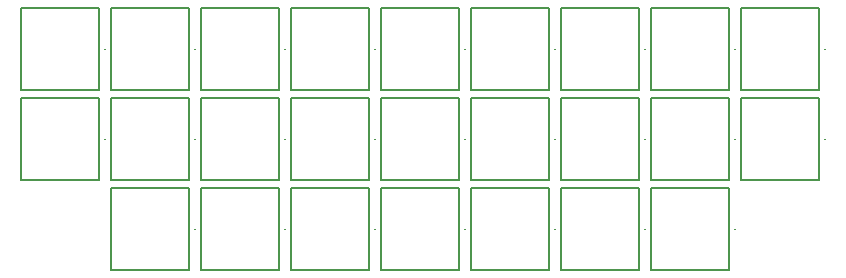
<source format=gto>
%TF.GenerationSoftware,KiCad,Pcbnew,(5.1.8)-1*%
%TF.CreationDate,2021-03-06T21:28:27+09:00*%
%TF.ProjectId,line_sensor_controler,6c696e65-5f73-4656-9e73-6f725f636f6e,rev?*%
%TF.SameCoordinates,PX7445a00PY43d3480*%
%TF.FileFunction,Legend,Top*%
%TF.FilePolarity,Positive*%
%FSLAX46Y46*%
G04 Gerber Fmt 4.6, Leading zero omitted, Abs format (unit mm)*
G04 Created by KiCad (PCBNEW (5.1.8)-1) date 2021-03-06 21:28:27*
%MOMM*%
%LPD*%
G01*
G04 APERTURE LIST*
%ADD10C,0.200000*%
%ADD11C,1.700000*%
%ADD12O,1.700000X1.700000*%
%ADD13R,1.700000X1.700000*%
%ADD14C,1.120000*%
G04 APERTURE END LIST*
D10*
%TO.C,R18*%
X68070000Y8250000D02*
X68070000Y15240000D01*
X68070000Y15240000D02*
X61470000Y15240000D01*
X61470000Y15240000D02*
X61470000Y8250000D01*
X61470000Y8250000D02*
X68070000Y8250000D01*
X68549000Y11708000D02*
G75*
G03*
X68549000Y11708000I-57000J0D01*
G01*
%TO.C,R1*%
X7110000Y15870000D02*
X7110000Y22860000D01*
X7110000Y22860000D02*
X510000Y22860000D01*
X510000Y22860000D02*
X510000Y15870000D01*
X510000Y15870000D02*
X7110000Y15870000D01*
X7589000Y19328000D02*
G75*
G03*
X7589000Y19328000I-57000J0D01*
G01*
%TO.C,R2*%
X14730000Y15870000D02*
X14730000Y22860000D01*
X14730000Y22860000D02*
X8130000Y22860000D01*
X8130000Y22860000D02*
X8130000Y15870000D01*
X8130000Y15870000D02*
X14730000Y15870000D01*
X15209000Y19328000D02*
G75*
G03*
X15209000Y19328000I-57000J0D01*
G01*
%TO.C,R3*%
X22829000Y19328000D02*
G75*
G03*
X22829000Y19328000I-57000J0D01*
G01*
X15750000Y15870000D02*
X22350000Y15870000D01*
X15750000Y22860000D02*
X15750000Y15870000D01*
X22350000Y22860000D02*
X15750000Y22860000D01*
X22350000Y15870000D02*
X22350000Y22860000D01*
%TO.C,R4*%
X29970000Y15870000D02*
X29970000Y22860000D01*
X29970000Y22860000D02*
X23370000Y22860000D01*
X23370000Y22860000D02*
X23370000Y15870000D01*
X23370000Y15870000D02*
X29970000Y15870000D01*
X30449000Y19328000D02*
G75*
G03*
X30449000Y19328000I-57000J0D01*
G01*
%TO.C,R5*%
X38069000Y19328000D02*
G75*
G03*
X38069000Y19328000I-57000J0D01*
G01*
X30990000Y15870000D02*
X37590000Y15870000D01*
X30990000Y22860000D02*
X30990000Y15870000D01*
X37590000Y22860000D02*
X30990000Y22860000D01*
X37590000Y15870000D02*
X37590000Y22860000D01*
%TO.C,R6*%
X45210000Y15870000D02*
X45210000Y22860000D01*
X45210000Y22860000D02*
X38610000Y22860000D01*
X38610000Y22860000D02*
X38610000Y15870000D01*
X38610000Y15870000D02*
X45210000Y15870000D01*
X45689000Y19328000D02*
G75*
G03*
X45689000Y19328000I-57000J0D01*
G01*
%TO.C,R7*%
X53309000Y19328000D02*
G75*
G03*
X53309000Y19328000I-57000J0D01*
G01*
X46230000Y15870000D02*
X52830000Y15870000D01*
X46230000Y22860000D02*
X46230000Y15870000D01*
X52830000Y22860000D02*
X46230000Y22860000D01*
X52830000Y15870000D02*
X52830000Y22860000D01*
%TO.C,R8*%
X60450000Y15870000D02*
X60450000Y22860000D01*
X60450000Y22860000D02*
X53850000Y22860000D01*
X53850000Y22860000D02*
X53850000Y15870000D01*
X53850000Y15870000D02*
X60450000Y15870000D01*
X60929000Y19328000D02*
G75*
G03*
X60929000Y19328000I-57000J0D01*
G01*
%TO.C,R9*%
X68549000Y19328000D02*
G75*
G03*
X68549000Y19328000I-57000J0D01*
G01*
X61470000Y15870000D02*
X68070000Y15870000D01*
X61470000Y22860000D02*
X61470000Y15870000D01*
X68070000Y22860000D02*
X61470000Y22860000D01*
X68070000Y15870000D02*
X68070000Y22860000D01*
%TO.C,R10*%
X7110000Y8250000D02*
X7110000Y15240000D01*
X7110000Y15240000D02*
X510000Y15240000D01*
X510000Y15240000D02*
X510000Y8250000D01*
X510000Y8250000D02*
X7110000Y8250000D01*
X7589000Y11708000D02*
G75*
G03*
X7589000Y11708000I-57000J0D01*
G01*
%TO.C,R11*%
X15209000Y11708000D02*
G75*
G03*
X15209000Y11708000I-57000J0D01*
G01*
X8130000Y8250000D02*
X14730000Y8250000D01*
X8130000Y15240000D02*
X8130000Y8250000D01*
X14730000Y15240000D02*
X8130000Y15240000D01*
X14730000Y8250000D02*
X14730000Y15240000D01*
%TO.C,R12*%
X22350000Y8250000D02*
X22350000Y15240000D01*
X22350000Y15240000D02*
X15750000Y15240000D01*
X15750000Y15240000D02*
X15750000Y8250000D01*
X15750000Y8250000D02*
X22350000Y8250000D01*
X22829000Y11708000D02*
G75*
G03*
X22829000Y11708000I-57000J0D01*
G01*
%TO.C,R13*%
X30449000Y11708000D02*
G75*
G03*
X30449000Y11708000I-57000J0D01*
G01*
X23370000Y8250000D02*
X29970000Y8250000D01*
X23370000Y15240000D02*
X23370000Y8250000D01*
X29970000Y15240000D02*
X23370000Y15240000D01*
X29970000Y8250000D02*
X29970000Y15240000D01*
%TO.C,R14*%
X37590000Y8250000D02*
X37590000Y15240000D01*
X37590000Y15240000D02*
X30990000Y15240000D01*
X30990000Y15240000D02*
X30990000Y8250000D01*
X30990000Y8250000D02*
X37590000Y8250000D01*
X38069000Y11708000D02*
G75*
G03*
X38069000Y11708000I-57000J0D01*
G01*
%TO.C,R15*%
X45689000Y11708000D02*
G75*
G03*
X45689000Y11708000I-57000J0D01*
G01*
X38610000Y8250000D02*
X45210000Y8250000D01*
X38610000Y15240000D02*
X38610000Y8250000D01*
X45210000Y15240000D02*
X38610000Y15240000D01*
X45210000Y8250000D02*
X45210000Y15240000D01*
%TO.C,R16*%
X52830000Y8250000D02*
X52830000Y15240000D01*
X52830000Y15240000D02*
X46230000Y15240000D01*
X46230000Y15240000D02*
X46230000Y8250000D01*
X46230000Y8250000D02*
X52830000Y8250000D01*
X53309000Y11708000D02*
G75*
G03*
X53309000Y11708000I-57000J0D01*
G01*
%TO.C,R17*%
X60929000Y11708000D02*
G75*
G03*
X60929000Y11708000I-57000J0D01*
G01*
X53850000Y8250000D02*
X60450000Y8250000D01*
X53850000Y15240000D02*
X53850000Y8250000D01*
X60450000Y15240000D02*
X53850000Y15240000D01*
X60450000Y8250000D02*
X60450000Y15240000D01*
%TO.C,R19*%
X15209000Y4088000D02*
G75*
G03*
X15209000Y4088000I-57000J0D01*
G01*
X8130000Y630000D02*
X14730000Y630000D01*
X8130000Y7620000D02*
X8130000Y630000D01*
X14730000Y7620000D02*
X8130000Y7620000D01*
X14730000Y630000D02*
X14730000Y7620000D01*
%TO.C,R20*%
X22350000Y630000D02*
X22350000Y7620000D01*
X22350000Y7620000D02*
X15750000Y7620000D01*
X15750000Y7620000D02*
X15750000Y630000D01*
X15750000Y630000D02*
X22350000Y630000D01*
X22829000Y4088000D02*
G75*
G03*
X22829000Y4088000I-57000J0D01*
G01*
%TO.C,R21*%
X30449000Y4088000D02*
G75*
G03*
X30449000Y4088000I-57000J0D01*
G01*
X23370000Y630000D02*
X29970000Y630000D01*
X23370000Y7620000D02*
X23370000Y630000D01*
X29970000Y7620000D02*
X23370000Y7620000D01*
X29970000Y630000D02*
X29970000Y7620000D01*
%TO.C,R22*%
X37590000Y630000D02*
X37590000Y7620000D01*
X37590000Y7620000D02*
X30990000Y7620000D01*
X30990000Y7620000D02*
X30990000Y630000D01*
X30990000Y630000D02*
X37590000Y630000D01*
X38069000Y4088000D02*
G75*
G03*
X38069000Y4088000I-57000J0D01*
G01*
%TO.C,R23*%
X45689000Y4088000D02*
G75*
G03*
X45689000Y4088000I-57000J0D01*
G01*
X38610000Y630000D02*
X45210000Y630000D01*
X38610000Y7620000D02*
X38610000Y630000D01*
X45210000Y7620000D02*
X38610000Y7620000D01*
X45210000Y630000D02*
X45210000Y7620000D01*
%TO.C,R24*%
X52830000Y630000D02*
X52830000Y7620000D01*
X52830000Y7620000D02*
X46230000Y7620000D01*
X46230000Y7620000D02*
X46230000Y630000D01*
X46230000Y630000D02*
X52830000Y630000D01*
X53309000Y4088000D02*
G75*
G03*
X53309000Y4088000I-57000J0D01*
G01*
%TO.C,R25*%
X60929000Y4088000D02*
G75*
G03*
X60929000Y4088000I-57000J0D01*
G01*
X53850000Y630000D02*
X60450000Y630000D01*
X53850000Y7620000D02*
X53850000Y630000D01*
X60450000Y7620000D02*
X53850000Y7620000D01*
X60450000Y630000D02*
X60450000Y7620000D01*
%TD*%
%LPC*%
D11*
%TO.C,J1*%
X63500000Y25400000D03*
D12*
X60960000Y25400000D03*
X58420000Y25400000D03*
X55880000Y25400000D03*
X53340000Y25400000D03*
X50800000Y25400000D03*
X48260000Y25400000D03*
X45720000Y25400000D03*
X43180000Y25400000D03*
X40640000Y25400000D03*
X38100000Y25400000D03*
X35560000Y25400000D03*
X33020000Y25400000D03*
X30480000Y25400000D03*
X27940000Y25400000D03*
X25400000Y25400000D03*
X22860000Y25400000D03*
X20320000Y25400000D03*
X17780000Y25400000D03*
X15240000Y25400000D03*
X12700000Y25400000D03*
X10160000Y25400000D03*
X7620000Y25400000D03*
X5080000Y25400000D03*
X2540000Y25400000D03*
%TD*%
%TO.C,J2*%
X2540000Y27940000D03*
X5080000Y27940000D03*
X7620000Y27940000D03*
X10160000Y27940000D03*
X12700000Y27940000D03*
X15240000Y27940000D03*
X17780000Y27940000D03*
X20320000Y27940000D03*
X22860000Y27940000D03*
X25400000Y27940000D03*
X27940000Y27940000D03*
X30480000Y27940000D03*
X33020000Y27940000D03*
X35560000Y27940000D03*
X38100000Y27940000D03*
X40640000Y27940000D03*
X43180000Y27940000D03*
X45720000Y27940000D03*
X48260000Y27940000D03*
X50800000Y27940000D03*
X53340000Y27940000D03*
X55880000Y27940000D03*
X58420000Y27940000D03*
X60960000Y27940000D03*
D11*
X63500000Y27940000D03*
%TD*%
D13*
%TO.C,J3*%
X66040000Y27940000D03*
X66040000Y25400000D03*
%TD*%
D14*
%TO.C,R18*%
X67310000Y11710000D03*
X64770000Y9170000D03*
X62230000Y11710000D03*
%TD*%
%TO.C,R1*%
X6350000Y19330000D03*
X3810000Y16790000D03*
X1270000Y19330000D03*
%TD*%
%TO.C,R2*%
X13970000Y19330000D03*
X11430000Y16790000D03*
X8890000Y19330000D03*
%TD*%
%TO.C,R3*%
X16510000Y19330000D03*
X19050000Y16790000D03*
X21590000Y19330000D03*
%TD*%
%TO.C,R4*%
X29210000Y19330000D03*
X26670000Y16790000D03*
X24130000Y19330000D03*
%TD*%
%TO.C,R5*%
X31750000Y19330000D03*
X34290000Y16790000D03*
X36830000Y19330000D03*
%TD*%
%TO.C,R6*%
X44450000Y19330000D03*
X41910000Y16790000D03*
X39370000Y19330000D03*
%TD*%
%TO.C,R7*%
X46990000Y19330000D03*
X49530000Y16790000D03*
X52070000Y19330000D03*
%TD*%
%TO.C,R8*%
X59690000Y19330000D03*
X57150000Y16790000D03*
X54610000Y19330000D03*
%TD*%
%TO.C,R9*%
X62230000Y19330000D03*
X64770000Y16790000D03*
X67310000Y19330000D03*
%TD*%
%TO.C,R10*%
X6350000Y11710000D03*
X3810000Y9170000D03*
X1270000Y11710000D03*
%TD*%
%TO.C,R11*%
X8890000Y11710000D03*
X11430000Y9170000D03*
X13970000Y11710000D03*
%TD*%
%TO.C,R12*%
X21590000Y11710000D03*
X19050000Y9170000D03*
X16510000Y11710000D03*
%TD*%
%TO.C,R13*%
X24130000Y11710000D03*
X26670000Y9170000D03*
X29210000Y11710000D03*
%TD*%
%TO.C,R14*%
X36830000Y11710000D03*
X34290000Y9170000D03*
X31750000Y11710000D03*
%TD*%
%TO.C,R15*%
X39370000Y11710000D03*
X41910000Y9170000D03*
X44450000Y11710000D03*
%TD*%
%TO.C,R16*%
X52070000Y11710000D03*
X49530000Y9170000D03*
X46990000Y11710000D03*
%TD*%
%TO.C,R17*%
X54610000Y11710000D03*
X57150000Y9170000D03*
X59690000Y11710000D03*
%TD*%
%TO.C,R19*%
X8890000Y4090000D03*
X11430000Y1550000D03*
X13970000Y4090000D03*
%TD*%
%TO.C,R20*%
X21590000Y4090000D03*
X19050000Y1550000D03*
X16510000Y4090000D03*
%TD*%
%TO.C,R21*%
X24130000Y4090000D03*
X26670000Y1550000D03*
X29210000Y4090000D03*
%TD*%
%TO.C,R22*%
X36830000Y4090000D03*
X34290000Y1550000D03*
X31750000Y4090000D03*
%TD*%
%TO.C,R23*%
X39370000Y4090000D03*
X41910000Y1550000D03*
X44450000Y4090000D03*
%TD*%
%TO.C,R24*%
X52070000Y4090000D03*
X49530000Y1550000D03*
X46990000Y4090000D03*
%TD*%
%TO.C,R25*%
X54610000Y4090000D03*
X57150000Y1550000D03*
X59690000Y4090000D03*
%TD*%
M02*

</source>
